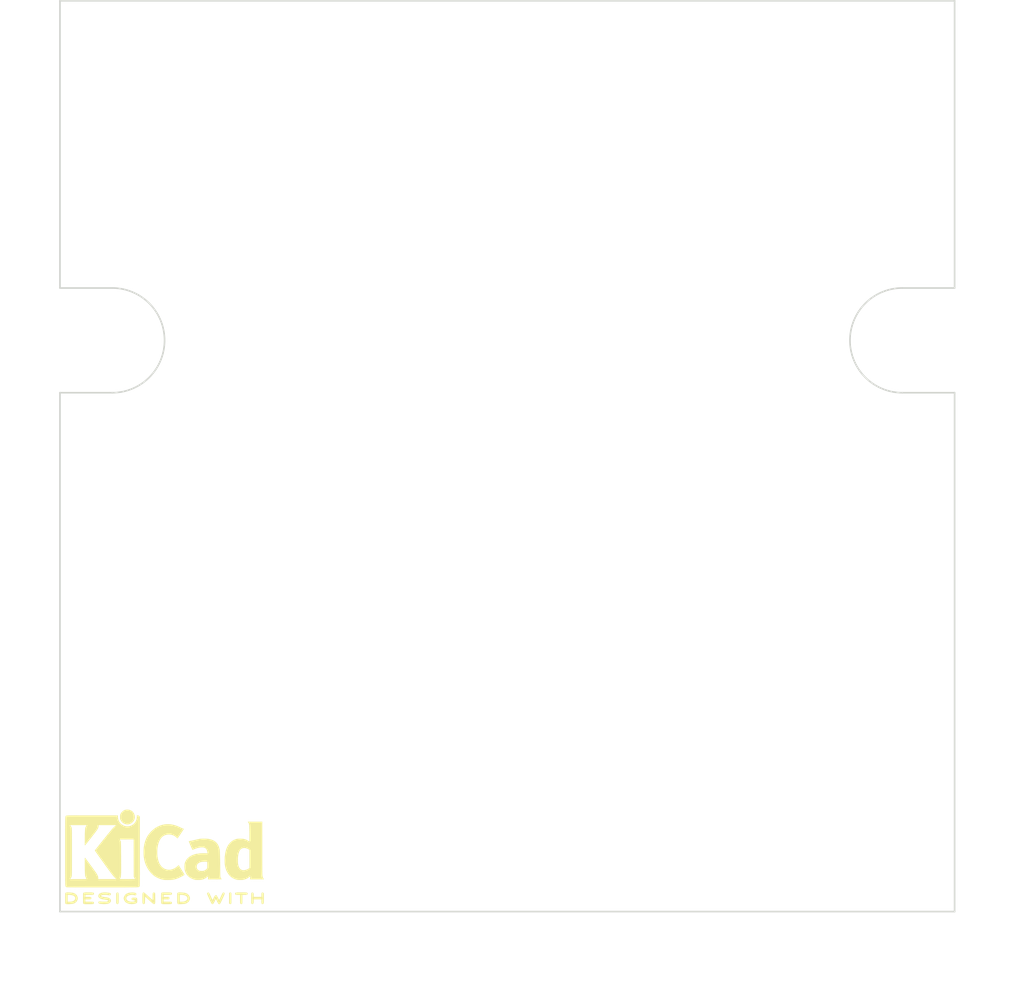
<source format=kicad_pcb>
(kicad_pcb (version 20221018) (generator pcbnew)
  (title_block (title "Enter Title On Page Setting Dialog") (rev "1") (company "Ashton Johnson"))
  (layers (0 "F.Cu" signal) (31 "B.Cu" signal) (35 "F.Paste" user) (37 "F.SilkS" user "F.Silkscreen") (39 "F.Mask" user) (44 "Edge.Cuts" user))
  (net 0 "")
  (footprint "Symbols:KiCad-Logo2_6mm_SilkScreen" (layer "F.Cu") (at 80 136)
    (fp_text reference "REF***" hide)
    (fp_text value "KiCad-Logo2_6mm_SilkScreen" hide)
    (fp_poly (pts (xy 4.188614 2.275877) (xy 4.212327 2.290647) (xy 4.238978 2.312227) (xy 4.238978 2.633773) (xy 4.238893 2.72783) (xy 4.238529 2.801932) (xy 4.237724 2.858704) (xy 4.236313 2.900768) (xy 4.234133 2.930748) (xy 4.231021 2.951267) (xy 4.226814 2.964949) (xy 4.221348 2.974416) (xy 4.217472 2.979082) (xy 4.186034 2.999575) (xy 4.150233 2.998739) (xy 4.118873 2.981264) (xy 4.092222 2.959684) (xy 4.092222 2.312227) (xy 4.118873 2.290647) (xy 4.144594 2.274949) (xy 4.1656 2.269067) (xy 4.188614 2.275877)) (stroke (width 0.01)) (fill solid) (layer "F.SilkS"))
    (fp_poly (pts (xy -2.923822 2.291645) (xy -2.917242 2.299218) (xy -2.912079 2.308987) (xy -2.908164 2.323571) (xy -2.905324 2.345585) (xy -2.903387 2.377648) (xy -2.902183 2.422375) (xy -2.901539 2.482385) (xy -2.901284 2.560294) (xy -2.901245 2.635956) (xy -2.901314 2.729802) (xy -2.901638 2.803689) (xy -2.902386 2.860232) (xy -2.903732 2.902049) (xy -2.905846 2.931757) (xy -2.9089 2.951973) (xy -2.913066 2.965314) (xy -2.918516 2.974398) (xy -2.923822 2.980267) (xy -2.956826 2.999947) (xy -2.991991 2.998181) (xy -3.023455 2.976717) (xy -3.030684 2.968337) (xy -3.036334 2.958614) (xy -3.040599 2.944861) (xy -3.043673 2.924389) (xy -3.045752 2.894512) (xy -3.04703 2.852541) (xy -3.047701 2.795789) (xy -3.047959 2.721567) (xy -3.048 2.637537) (xy -3.048 2.324485) (xy -3.020291 2.296776) (xy -2.986137 2.273463) (xy -2.953006 2.272623) (xy -2.923822 2.291645)) (stroke (width 0.01)) (fill solid) (layer "F.SilkS"))
    (fp_poly (pts (xy -2.273043 -2.973429) (xy -2.176768 -2.949191) (xy -2.090184 -2.906359) (xy -2.015373 -2.846581) (xy -1.954418 -2.771506) (xy -1.909399 -2.68278) (xy -1.883136 -2.58647) (xy -1.877286 -2.489205) (xy -1.89214 -2.395346) (xy -1.92584 -2.307489) (xy -1.976528 -2.22823) (xy -2.042345 -2.160164) (xy -2.121434 -2.105888) (xy -2.211934 -2.067998) (xy -2.2632 -2.055574) (xy -2.307698 -2.048053) (xy -2.341999 -2.045081) (xy -2.37496 -2.046906) (xy -2.415434 -2.053775) (xy -2.448531 -2.06075) (xy -2.541947 -2.092259) (xy -2.625619 -2.143383) (xy -2.697665 -2.212571) (xy -2.7562 -2.298272) (xy -2.770148 -2.325511) (xy -2.786586 -2.361878) (xy -2.796894 -2.392418) (xy -2.80246 -2.42455) (xy -2.804669 -2.465693) (xy -2.804948 -2.511778) (xy -2.800861 -2.596135) (xy -2.787446 -2.665414) (xy -2.762256 -2.726039) (xy -2.722846 -2.784433) (xy -2.684298 -2.828698) (xy -2.612406 -2.894516) (xy -2.537313 -2.939947) (xy -2.454562 -2.96715) (xy -2.376928 -2.977424) (xy -2.273043 -2.973429)) (stroke (width 0.01)) (fill solid) (layer "F.SilkS"))
    (fp_poly (pts (xy 4.963065 2.269163) (xy 5.041772 2.269542) (xy 5.102863 2.270333) (xy 5.148817 2.27167) (xy 5.182114 2.273683) (xy 5.205236 2.276506) (xy 5.220662 2.280269) (xy 5.230871 2.285105) (xy 5.235813 2.288822) (xy 5.261457 2.321358) (xy 5.264559 2.355138) (xy 5.248711 2.385826) (xy 5.238348 2.398089) (xy 5.227196 2.40645) (xy 5.211035 2.411657) (xy 5.185642 2.414457) (xy 5.146798 2.415596) (xy 5.09028 2.415821) (xy 5.07918 2.415822) (xy 4.933244 2.415822) (xy 4.933244 2.686756) (xy 4.933148 2.772154) (xy 4.932711 2.837864) (xy 4.931712 2.886774) (xy 4.929928 2.921773) (xy 4.927137 2.945749) (xy 4.923117 2.961593) (xy 4.917645 2.972191) (xy 4.910666 2.980267) (xy 4.877734 3.000112) (xy 4.843354 2.998548) (xy 4.812176 2.975906) (xy 4.809886 2.9731) (xy 4.802429 2.962492) (xy 4.796747 2.950081) (xy 4.792601 2.93285) (xy 4.78975 2.907784) (xy 4.787954 2.871867) (xy 4.786972 2.822083) (xy 4.786564 2.755417) (xy 4.786489 2.679589) (xy 4.786489 2.415822) (xy 4.647127 2.415822) (xy 4.587322 2.415418) (xy 4.545918 2.41384) (xy 4.518748 2.410547) (xy 4.501646 2.404992) (xy 4.490443 2.396631) (xy 4.489083 2.395178) (xy 4.472725 2.361939) (xy 4.474172 2.324362) (xy 4.492978 2.291645) (xy 4.50025 2.285298) (xy 4.509627 2.280266) (xy 4.523609 2.276396) (xy 4.544696 2.273537) (xy 4.575389 2.271535) (xy 4.618189 2.270239) (xy 4.675595 2.269498) (xy 4.75011 2.269158) (xy 4.844233 2.269068) (xy 4.86426 2.269067) (xy 4.963065 2.269163)) (stroke (width 0.01)) (fill solid) (layer "F.SilkS"))
    (fp_poly (pts (xy 6.228823 2.274533) (xy 6.260202 2.296776) (xy 6.287911 2.324485) (xy 6.287911 2.63392) (xy 6.287838 2.725799) (xy 6.287495 2.79784) (xy 6.286692 2.85278) (xy 6.285241 2.89336) (xy 6.282952 2.922317) (xy 6.279636 2.942391) (xy 6.275105 2.956321) (xy 6.269169 2.966845) (xy 6.264514 2.9731) (xy 6.233783 2.997673) (xy 6.198496 3.000341) (xy 6.166245 2.985271) (xy 6.155588 2.976374) (xy 6.148464 2.964557) (xy 6.144167 2.945526) (xy 6.141991 2.914992) (xy 6.141228 2.868662) (xy 6.141155 2.832871) (xy 6.141155 2.698045) (xy 5.644444 2.698045) (xy 5.644444 2.8207) (xy 5.643931 2.876787) (xy 5.641876 2.915333) (xy 5.637508 2.941361) (xy 5.630056 2.959897) (xy 5.621047 2.9731) (xy 5.590144 2.997604) (xy 5.555196 3.000506) (xy 5.521738 2.983089) (xy 5.512604 2.973959) (xy 5.506152 2.961855) (xy 5.501897 2.943001) (xy 5.499352 2.91362) (xy 5.498029 2.869937) (xy 5.497443 2.808175) (xy 5.497375 2.794) (xy 5.496891 2.677631) (xy 5.496641 2.581727) (xy 5.496723 2.504177) (xy 5.497231 2.442869) (xy 5.498262 2.39569) (xy 5.499913 2.36053) (xy 5.502279 2.335276) (xy 5.505457 2.317817) (xy 5.509544 2.306041) (xy 5.514634 2.297835) (xy 5.520266 2.291645) (xy 5.552128 2.271844) (xy 5.585357 2.274533) (xy 5.616735 2.296776) (xy 5.629433 2.311126) (xy 5.637526 2.326978) (xy 5.642042 2.349554) (xy 5.644006 2.384078) (xy 5.644444 2.435776) (xy 5.644444 2.551289) (xy 6.141155 2.551289) (xy 6.141155 2.432756) (xy 6.141662 2.378148) (xy 6.143698 2.341275) (xy 6.148035 2.317307) (xy 6.155447 2.301415) (xy 6.163733 2.291645) (xy 6.195594 2.271844) (xy 6.228823 2.274533)) (stroke (width 0.01)) (fill solid) (layer "F.SilkS"))
    (fp_poly (pts (xy 1.018309 2.269275) (xy 1.147288 2.273636) (xy 1.256991 2.286861) (xy 1.349226 2.309741) (xy 1.425802 2.34307) (xy 1.488527 2.387638) (xy 1.539212 2.444236) (xy 1.579663 2.513658) (xy 1.580459 2.515351) (xy 1.604601 2.577483) (xy 1.613203 2.632509) (xy 1.606231 2.687887) (xy 1.583654 2.751073) (xy 1.579372 2.760689) (xy 1.550172 2.816966) (xy 1.517356 2.860451) (xy 1.475002 2.897417) (xy 1.41719 2.934135) (xy 1.413831 2.936052) (xy 1.363504 2.960227) (xy 1.306621 2.978282) (xy 1.239527 2.990839) (xy 1.158565 2.998522) (xy 1.060082 3.001953) (xy 1.025286 3.002251) (xy 0.859594 3.002845) (xy 0.836197 2.9731) (xy 0.829257 2.963319) (xy 0.823842 2.951897) (xy 0.819765 2.936095) (xy 0.816837 2.913175) (xy 0.814867 2.880396) (xy 0.814225 2.856089) (xy 0.970844 2.856089) (xy 1.064726 2.856089) (xy 1.119664 2.854483) (xy 1.17606 2.850255) (xy 1.222345 2.844292) (xy 1.225139 2.84379) (xy 1.307348 2.821736) (xy 1.371114 2.7886) (xy 1.418452 2.742847) (xy 1.451382 2.682939) (xy 1.457108 2.667061) (xy 1.462721 2.642333) (xy 1.460291 2.617902) (xy 1.448467 2.5854) (xy 1.44134 2.569434) (xy 1.418 2.527006) (xy 1.38988 2.49724) (xy 1.35894 2.476511) (xy 1.296966 2.449537) (xy 1.217651 2.429998) (xy 1.125253 2.418746) (xy 1.058333 2.41627) (xy 0.970844 2.415822) (xy 0.970844 2.856089) (xy 0.814225 2.856089) (xy 0.813668 2.835021) (xy 0.81305 2.774311) (xy 0.812825 2.695526) (xy 0.8128 2.63392) (xy 0.8128 2.324485) (xy 0.840509 2.296776) (xy 0.852806 2.285544) (xy 0.866103 2.277853) (xy 0.884672 2.27304) (xy 0.912786 2.270446) (xy 0.954717 2.26941) (xy 1.014737 2.26927) (xy 1.018309 2.269275)) (stroke (width 0.01)) (fill solid) (layer "F.SilkS"))
    (fp_poly (pts (xy -6.121371 2.269066) (xy -6.081889 2.269467) (xy -5.9662 2.272259) (xy -5.869311 2.28055) (xy -5.787919 2.295232) (xy -5.718723 2.317193) (xy -5.65842 2.347322) (xy -5.603708 2.38651) (xy -5.584167 2.403532) (xy -5.55175 2.443363) (xy -5.52252 2.497413) (xy -5.499991 2.557323) (xy -5.487679 2.614739) (xy -5.4864 2.635956) (xy -5.494417 2.694769) (xy -5.515899 2.759013) (xy -5.546999 2.819821) (xy -5.583866 2.86833) (xy -5.589854 2.874182) (xy -5.640579 2.915321) (xy -5.696125 2.947435) (xy -5.759696 2.971365) (xy -5.834494 2.987953) (xy -5.923722 2.998041) (xy -6.030582 3.002469) (xy -6.079528 3.002845) (xy -6.141762 3.002545) (xy -6.185528 3.001292) (xy -6.214931 2.998554) (xy -6.234079 2.993801) (xy -6.247077 2.986501) (xy -6.254045 2.980267) (xy -6.260626 2.972694) (xy -6.265788 2.962924) (xy -6.269703 2.94834) (xy -6.272543 2.926326) (xy -6.27448 2.894264) (xy -6.275684 2.849536) (xy -6.276328 2.789526) (xy -6.276583 2.711617) (xy -6.276622 2.635956) (xy -6.27687 2.535041) (xy -6.276817 2.454427) (xy -6.275857 2.415822) (xy -6.129867 2.415822) (xy -6.129867 2.856089) (xy -6.036734 2.856004) (xy -5.980693 2.854396) (xy -5.921999 2.850256) (xy -5.873028 2.844464) (xy -5.871538 2.844226) (xy -5.792392 2.82509) (xy -5.731002 2.795287) (xy -5.684305 2.752878) (xy -5.654635 2.706961) (xy -5.636353 2.656026) (xy -5.637771 2.6082) (xy -5.658988 2.556933) (xy -5.700489 2.503899) (xy -5.757998 2.4646) (xy -5.83275 2.438331) (xy -5.882708 2.429035) (xy -5.939416 2.422507) (xy -5.999519 2.417782) (xy -6.050639 2.415817) (xy -6.053667 2.415808) (xy -6.129867 2.415822) (xy -6.275857 2.415822) (xy -6.27526 2.391851) (xy -6.270998 2.345055) (xy -6.26283 2.311778) (xy -6.249556 2.289759) (xy -6.229974 2.276739) (xy -6.202883 2.270457) (xy -6.167082 2.268653) (xy -6.121371 2.269066)) (stroke (width 0.01)) (fill solid) (layer "F.SilkS"))
    (fp_poly (pts (xy -1.300114 2.273448) (xy -1.276548 2.287273) (xy -1.245735 2.309881) (xy -1.206078 2.342338) (xy -1.15598 2.385708) (xy -1.093843 2.441058) (xy -1.018072 2.509451) (xy -0.931334 2.588084) (xy -0.750711 2.751878) (xy -0.745067 2.532029) (xy -0.743029 2.456351) (xy -0.741063 2.399994) (xy -0.738734 2.359706) (xy -0.735606 2.332235) (xy -0.731245 2.314329) (xy -0.725216 2.302737) (xy -0.717084 2.294208) (xy -0.712772 2.290623) (xy -0.678241 2.27167) (xy -0.645383 2.274441) (xy -0.619318 2.290633) (xy -0.592667 2.312199) (xy -0.589352 2.627151) (xy -0.588435 2.719779) (xy -0.587968 2.792544) (xy -0.588113 2.848161) (xy -0.589032 2.889342) (xy -0.590887 2.918803) (xy -0.593839 2.939255) (xy -0.59805 2.953413) (xy -0.603682 2.963991) (xy -0.609927 2.972474) (xy -0.623439 2.988207) (xy -0.636883 2.998636) (xy -0.652124 3.002639) (xy -0.671026 2.999094) (xy -0.695455 2.986879) (xy -0.727273 2.964871) (xy -0.768348 2.931949) (xy -0.820542 2.886991) (xy -0.885722 2.828875) (xy -0.959556 2.762099) (xy -1.224845 2.521458) (xy -1.230489 2.740589) (xy -1.232531 2.816128) (xy -1.234502 2.872354) (xy -1.236839 2.912524) (xy -1.239981 2.939896) (xy -1.244364 2.957728) (xy -1.250424 2.969279) (xy -1.2586 2.977807) (xy -1.262784 2.981282) (xy -1.299765 3.000372) (xy -1.334708 2.997493) (xy -1.365136 2.9731) (xy -1.372097 2.963286) (xy -1.377523 2.951826) (xy -1.381603 2.935968) (xy -1.384529 2.912963) (xy -1.386492 2.880062) (xy -1.387683 2.834516) (xy -1.388292 2.773573) (xy -1.388511 2.694486) (xy -1.388534 2.635956) (xy -1.38846 2.544407) (xy -1.388113 2.472687) (xy -1.387301 2.418045) (xy -1.385833 2.377732) (xy -1.383519 2.348998) (xy -1.380167 2.329093) (xy -1.375588 2.315268) (xy -1.369589 2.304772) (xy -1.365136 2.298811) (xy -1.35385 2.284691) (xy -1.343301 2.274029) (xy -1.331893 2.267892) (xy -1.31803 2.267343) (xy -1.300114 2.273448)) (stroke (width 0.01)) (fill solid) (layer "F.SilkS"))
    (fp_poly (pts (xy -1.950081 2.274599) (xy -1.881565 2.286095) (xy -1.828943 2.303967) (xy -1.794708 2.327499) (xy -1.785379 2.340924) (xy -1.775893 2.372148) (xy -1.782277 2.400395) (xy -1.80243 2.427182) (xy -1.833745 2.439713) (xy -1.879183 2.438696) (xy -1.914326 2.431906) (xy -1.992419 2.418971) (xy -2.072226 2.417742) (xy -2.161555 2.428241) (xy -2.186229 2.43269) (xy -2.269291 2.456108) (xy -2.334273 2.490945) (xy -2.380461 2.536604) (xy -2.407145 2.592494) (xy -2.412663 2.621388) (xy -2.409051 2.680012) (xy -2.385729 2.731879) (xy -2.344824 2.775978) (xy -2.288459 2.811299) (xy -2.21876 2.836829) (xy -2.137852 2.851559) (xy -2.04786 2.854478) (xy -1.95091 2.844575) (xy -1.945436 2.843641) (xy -1.906875 2.836459) (xy -1.885494 2.829521) (xy -1.876227 2.819227) (xy -1.874006 2.801976) (xy -1.873956 2.792841) (xy -1.873956 2.754489) (xy -1.942431 2.754489) (xy -2.0029 2.750347) (xy -2.044165 2.737147) (xy -2.068175 2.71373) (xy -2.076877 2.678936) (xy -2.076983 2.674394) (xy -2.071892 2.644654) (xy -2.054433 2.623419) (xy -2.021939 2.609366) (xy -1.971743 2.601173) (xy -1.923123 2.598161) (xy -1.852456 2.596433) (xy -1.801198 2.59907) (xy -1.766239 2.6088) (xy -1.74447 2.628353) (xy -1.73278 2.660456) (xy -1.72806 2.707838) (xy -1.7272 2.770071) (xy -1.728609 2.839535) (xy -1.732848 2.886786) (xy -1.739936 2.912012) (xy -1.741311 2.913988) (xy -1.780228 2.945508) (xy -1.837286 2.97047) (xy -1.908869 2.98834) (xy -1.991358 2.998586) (xy -2.081139 3.000673) (xy -2.174592 2.994068) (xy -2.229556 2.985956) (xy -2.315766 2.961554) (xy -2.395892 2.921662) (xy -2.462977 2.869887) (xy -2.473173 2.859539) (xy -2.506302 2.816035) (xy -2.536194 2.762118) (xy -2.559357 2.705592) (xy -2.572298 2.654259) (xy -2.573858 2.634544) (xy -2.567218 2.593419) (xy -2.549568 2.542252) (xy -2.524297 2.488394) (xy -2.494789 2.439195) (xy -2.468719 2.406334) (xy -2.407765 2.357452) (xy -2.328969 2.318545) (xy -2.235157 2.290494) (xy -2.12915 2.274179) (xy -2.032 2.270192) (xy -1.950081 2.274599)) (stroke (width 0.01)) (fill solid) (layer "F.SilkS"))
    (fp_poly (pts (xy 0.230343 2.26926) (xy 0.306701 2.270174) (xy 0.365217 2.272311) (xy 0.408255 2.276175) (xy 0.438183 2.282267) (xy 0.457368 2.29109) (xy 0.468176 2.303146) (xy 0.472973 2.318939) (xy 0.474127 2.33897) (xy 0.474133 2.341335) (xy 0.473131 2.363992) (xy 0.468396 2.381503) (xy 0.457333 2.394574) (xy 0.437348 2.403913) (xy 0.405846 2.410227) (xy 0.360232 2.414222) (xy 0.297913 2.416606) (xy 0.216293 2.418086) (xy 0.191277 2.418414) (xy -0.0508 2.421467) (xy -0.054186 2.486378) (xy -0.057571 2.551289) (xy 0.110576 2.551289) (xy 0.176266 2.551531) (xy 0.223172 2.552556) (xy 0.255083 2.554811) (xy 0.275791 2.558742) (xy 0.289084 2.564798) (xy 0.298755 2.573424) (xy 0.298817 2.573493) (xy 0.316356 2.607112) (xy 0.315722 2.643448) (xy 0.297314 2.674423) (xy 0.293671 2.677607) (xy 0.280741 2.685812) (xy 0.263024 2.691521) (xy 0.23657 2.695162) (xy 0.197432 2.697167) (xy 0.141662 2.697964) (xy 0.105994 2.698045) (xy -0.056445 2.698045) (xy -0.056445 2.856089) (xy 0.190161 2.856089) (xy 0.27158 2.856231) (xy 0.33341 2.856814) (xy 0.378637 2.858068) (xy 0.410248 2.860227) (xy 0.431231 2.863523) (xy 0.444573 2.868189) (xy 0.453261 2.874457) (xy 0.45545 2.876733) (xy 0.471614 2.90828) (xy 0.472797 2.944168) (xy 0.459536 2.975285) (xy 0.449043 2.985271) (xy 0.438129 2.990769) (xy 0.421217 2.995022) (xy 0.395633 2.99818) (xy 0.358701 3.000392) (xy 0.307746 3.001806) (xy 0.240094 3.002572) (xy 0.153069 3.002838) (xy 0.133394 3.002845) (xy 0.044911 3.002787) (xy -0.023773 3.002467) (xy -0.075436 3.001667) (xy -0.112855 3.000167) (xy -0.13881 2.997749) (xy -0.156078 2.994194) (xy -0.167438 2.989282) (xy -0.175668 2.982795) (xy -0.180183 2.978138) (xy -0.186979 2.969889) (xy -0.192288 2.959669) (xy -0.196294 2.9448) (xy -0.199179 2.922602) (xy -0.201126 2.890393) (xy -0.202319 2.845496) (xy -0.202939 2.785228) (xy -0.203171 2.706911) (xy -0.2032 2.640994) (xy -0.203129 2.548628) (xy -0.202792 2.476117) (xy -0.202002 2.420737) (xy -0.200574 2.379765) (xy -0.198321 2.350478) (xy -0.195057 2.330153) (xy -0.190596 2.316066) (xy -0.184752 2.305495) (xy -0.179803 2.298811) (xy -0.156406 2.269067) (xy 0.133774 2.269067) (xy 0.230343 2.26926)) (stroke (width 0.01)) (fill solid) (layer "F.SilkS"))
    (fp_poly (pts (xy -4.712794 2.269146) (xy -4.643386 2.269518) (xy -4.590997 2.270385) (xy -4.552847 2.271946) (xy -4.526159 2.274403) (xy -4.508153 2.277957) (xy -4.496049 2.28281) (xy -4.487069 2.289161) (xy -4.483818 2.292084) (xy -4.464043 2.323142) (xy -4.460482 2.358828) (xy -4.473491 2.39051) (xy -4.479506 2.396913) (xy -4.489235 2.403121) (xy -4.504901 2.40791) (xy -4.529408 2.411514) (xy -4.565661 2.414164) (xy -4.616565 2.416095) (xy -4.685026 2.417539) (xy -4.747617 2.418418) (xy -4.995334 2.421467) (xy -4.998719 2.486378) (xy -5.002105 2.551289) (xy -4.833958 2.551289) (xy -4.760959 2.551919) (xy -4.707517 2.554553) (xy -4.670628 2.560309) (xy -4.647288 2.570304) (xy -4.634494 2.585656) (xy -4.629242 2.607482) (xy -4.628445 2.627738) (xy -4.630923 2.652592) (xy -4.640277 2.670906) (xy -4.659383 2.683637) (xy -4.691118 2.691741) (xy -4.738359 2.696176) (xy -4.803983 2.697899) (xy -4.839801 2.698045) (xy -5.000978 2.698045) (xy -5.000978 2.856089) (xy -4.752622 2.856089) (xy -4.671213 2.856202) (xy -4.609342 2.856712) (xy -4.563968 2.85787) (xy -4.532054 2.85993) (xy -4.510559 2.863146) (xy -4.496443 2.867772) (xy -4.486668 2.874059) (xy -4.481689 2.878667) (xy -4.46461 2.90556) (xy -4.459111 2.929467) (xy -4.466963 2.958667) (xy -4.481689 2.980267) (xy -4.489546 2.987066) (xy -4.499688 2.992346) (xy -4.514844 2.996298) (xy -4.537741 2.999113) (xy -4.571109 3.000982) (xy -4.617675 3.002098) (xy -4.680167 3.002651) (xy -4.761314 3.002833) (xy -4.803422 3.002845) (xy -4.893598 3.002765) (xy -4.963924 3.002398) (xy -5.017129 3.001552) (xy -5.05594 3.000036) (xy -5.083087 2.997659) (xy -5.101298 2.994229) (xy -5.1133 2.989554) (xy -5.121822 2.983444) (xy -5.125156 2.980267) (xy -5.131755 2.97267) (xy -5.136927 2.96287) (xy -5.140846 2.948239) (xy -5.143684 2.926152) (xy -5.145615 2.893982) (xy -5.146812 2.849103) (xy -5.147448 2.788889) (xy -5.147697 2.710713) (xy -5.147734 2.637923) (xy -5.1477 2.544707) (xy -5.147465 2.471431) (xy -5.14683 2.415458) (xy -5.145594 2.374151) (xy -5.143556 2.344872) (xy -5.140517 2.324984) (xy -5.136277 2.31185) (xy -5.130635 2.302832) (xy -5.123391 2.295293) (xy -5.121606 2.293612) (xy -5.112945 2.286172) (xy -5.102882 2.280409) (xy -5.088625 2.276112) (xy -5.067383 2.273064) (xy -5.036364 2.271051) (xy -4.992777 2.26986) (xy -4.933831 2.269275) (xy -4.856734 2.269083) (xy -4.802001 2.269067) (xy -4.712794 2.269146)) (stroke (width 0.01)) (fill solid) (layer "F.SilkS"))
    (fp_poly (pts (xy 3.744665 2.271034) (xy 3.764255 2.278035) (xy 3.76501 2.278377) (xy 3.791613 2.298678) (xy 3.80627 2.319561) (xy 3.809138 2.329352) (xy 3.808996 2.342361) (xy 3.804961 2.360895) (xy 3.796146 2.387257) (xy 3.781669 2.423752) (xy 3.760645 2.472687) (xy 3.732188 2.536365) (xy 3.695415 2.617093) (xy 3.675175 2.661216) (xy 3.638625 2.739985) (xy 3.604315 2.812423) (xy 3.573552 2.87588) (xy 3.547648 2.927708) (xy 3.52791 2.965259) (xy 3.51565 2.985884) (xy 3.513224 2.988733) (xy 3.482183 3.001302) (xy 3.447121 2.999619) (xy 3.419 2.984332) (xy 3.417854 2.983089) (xy 3.406668 2.966154) (xy 3.387904 2.93317) (xy 3.363875 2.88838) (xy 3.336897 2.836032) (xy 3.327201 2.816742) (xy 3.254014 2.67015) (xy 3.17424 2.829393) (xy 3.145767 2.884415) (xy 3.11935 2.932132) (xy 3.097148 2.968893) (xy 3.081319 2.991044) (xy 3.075954 2.995741) (xy 3.034257 3.002102) (xy 2.999849 2.988733) (xy 2.989728 2.974446) (xy 2.972214 2.942692) (xy 2.948735 2.896597) (xy 2.92072 2.839285) (xy 2.889599 2.77388) (xy 2.856799 2.703507) (xy 2.82375 2.631291) (xy 2.791881 2.560355) (xy 2.762619 2.493825) (xy 2.737395 2.434826) (xy 2.717636 2.386481) (xy 2.704772 2.351915) (xy 2.700231 2.334253) (xy 2.700277 2.333613) (xy 2.711326 2.311388) (xy 2.73341 2.288753) (xy 2.73471 2.287768) (xy 2.761853 2.272425) (xy 2.786958 2.272574) (xy 2.796368 2.275466) (xy 2.807834 2.281718) (xy 2.82001 2.294014) (xy 2.834357 2.314908) (xy 2.852336 2.346949) (xy 2.875407 2.392688) (xy 2.90503 2.454677) (xy 2.931745 2.511898) (xy 2.96248 2.578226) (xy 2.990021 2.637874) (xy 3.012938 2.687725) (xy 3.029798 2.724664) (xy 3.039173 2.745573) (xy 3.04054 2.748845) (xy 3.046689 2.743497) (xy 3.060822 2.721109) (xy 3.081057 2.684946) (xy 3.105515 2.638277) (xy 3.115248 2.619022) (xy 3.148217 2.554004) (xy 3.173643 2.506654) (xy 3.193612 2.474219) (xy 3.21021 2.453946) (xy 3.225524 2.443082) (xy 3.24164 2.438875) (xy 3.252143 2.4384) (xy 3.27067 2.440042) (xy 3.286904 2.446831) (xy 3.303035 2.461566) (xy 3.321251 2.487044) (xy 3.343739 2.526061) (xy 3.372689 2.581414) (xy 3.388662 2.612903) (xy 3.41457 2.663087) (xy 3.437167 2.704704) (xy 3.454458 2.734242) (xy 3.46445 2.748189) (xy 3.465809 2.74877) (xy 3.472261 2.737793) (xy 3.486708 2.70929) (xy 3.507703 2.666244) (xy 3.533797 2.611638) (xy 3.563546 2.548454) (xy 3.57818 2.517071) (xy 3.61625 2.436078) (xy 3.646905 2.373756) (xy 3.671737 2.328071) (xy 3.692337 2.296989) (xy 3.710298 2.278478) (xy 3.72721 2.270504) (xy 3.744665 2.271034)) (stroke (width 0.01)) (fill solid) (layer "F.SilkS"))
    (fp_poly (pts (xy -3.691703 2.270351) (xy -3.616888 2.275581) (xy -3.547306 2.28375) (xy -3.487002 2.29455) (xy -3.44002 2.307673) (xy -3.410406 2.322813) (xy -3.40586 2.327269) (xy -3.390054 2.36185) (xy -3.394847 2.397351) (xy -3.419364 2.427725) (xy -3.420534 2.428596) (xy -3.434954 2.437954) (xy -3.450008 2.442876) (xy -3.471005 2.443473) (xy -3.503257 2.439861) (xy -3.552073 2.432154) (xy -3.556 2.431505) (xy -3.628739 2.422569) (xy -3.707217 2.418161) (xy -3.785927 2.418119) (xy -3.859361 2.422279) (xy -3.922011 2.430479) (xy -3.96837 2.442557) (xy -3.971416 2.443771) (xy -4.005048 2.462615) (xy -4.016864 2.481685) (xy -4.007614 2.500439) (xy -3.978047 2.518337) (xy -3.928911 2.534837) (xy -3.860957 2.549396) (xy -3.815645 2.556406) (xy -3.721456 2.569889) (xy -3.646544 2.582214) (xy -3.587717 2.594449) (xy -3.541785 2.607661) (xy -3.505555 2.622917) (xy -3.475838 2.641285) (xy -3.449442 2.663831) (xy -3.42823 2.685971) (xy -3.403065 2.716819) (xy -3.390681 2.743345) (xy -3.386808 2.776026) (xy -3.386667 2.787995) (xy -3.389576 2.827712) (xy -3.401202 2.857259) (xy -3.421323 2.883486) (xy -3.462216 2.923576) (xy -3.507817 2.954149) (xy -3.561513 2.976203) (xy -3.626692 2.990735) (xy -3.706744 2.998741) (xy -3.805057 3.001218) (xy -3.821289 3.001177) (xy -3.886849 2.999818) (xy -3.951866 2.99673) (xy -4.009252 2.992356) (xy -4.051922 2.98714) (xy -4.055372 2.986541) (xy -4.097796 2.976491) (xy -4.13378 2.963796) (xy -4.15415 2.95219) (xy -4.173107 2.921572) (xy -4.174427 2.885918) (xy -4.158085 2.854144) (xy -4.154429 2.850551) (xy -4.139315 2.839876) (xy -4.120415 2.835276) (xy -4.091162 2.836059) (xy -4.055651 2.840127) (xy -4.01597 2.843762) (xy -3.960345 2.846828) (xy -3.895406 2.849053) (xy -3.827785 2.850164) (xy -3.81 2.850237) (xy -3.742128 2.849964) (xy -3.692454 2.848646) (xy -3.65661 2.845827) (xy -3.630224 2.84105) (xy -3.608926 2.833857) (xy -3.596126 2.827867) (xy -3.568 2.811233) (xy -3.550068 2.796168) (xy -3.547447 2.791897) (xy -3.552976 2.774263) (xy -3.57926 2.757192) (xy -3.624478 2.741458) (xy -3.686808 2.727838) (xy -3.705171 2.724804) (xy -3.80109 2.709738) (xy -3.877641 2.697146) (xy -3.93778 2.686111) (xy -3.98446 2.67572) (xy -4.020637 2.665056) (xy -4.049265 2.653205) (xy -4.073298 2.639251) (xy -4.095692 2.622281) (xy -4.119402 2.601378) (xy -4.12738 2.594049) (xy -4.155353 2.566699) (xy -4.17016 2.545029) (xy -4.175952 2.520232) (xy -4.176889 2.488983) (xy -4.166575 2.427705) (xy -4.135752 2.37564) (xy -4.084595 2.332958) (xy -4.013283 2.299825) (xy -3.9624 2.284964) (xy -3.9071 2.275366) (xy -3.840853 2.269936) (xy -3.767706 2.268367) (xy -3.691703 2.270351)) (stroke (width 0.01)) (fill solid) (layer "F.SilkS"))
    (fp_poly (pts (xy 0.328429 -2.050929) (xy 0.48857 -2.029755) (xy 0.65251 -1.989615) (xy 0.822313 -1.930111) (xy 1.000043 -1.850846) (xy 1.01131 -1.845301) (xy 1.069005 -1.817275) (xy 1.120552 -1.793198) (xy 1.162191 -1.774751) (xy 1.190162 -1.763614) (xy 1.199733 -1.761067) (xy 1.21895 -1.756059) (xy 1.223561 -1.751853) (xy 1.218458 -1.74142) (xy 1.202418 -1.715132) (xy 1.177288 -1.675743) (xy 1.144914 -1.626009) (xy 1.107143 -1.568685) (xy 1.065822 -1.506524) (xy 1.022798 -1.442282) (xy 0.979917 -1.378715) (xy 0.939026 -1.318575) (xy 0.901971 -1.26462) (xy 0.8706 -1.219603) (xy 0.846759 -1.186279) (xy 0.832294 -1.167403) (xy 0.830309 -1.165213) (xy 0.820191 -1.169862) (xy 0.79785 -1.187038) (xy 0.76728 -1.21356) (xy 0.751536 -1.228036) (xy 0.655047 -1.303318) (xy 0.548336 -1.358759) (xy 0.432832 -1.393859) (xy 0.309962 -1.40812) (xy 0.240561 -1.406949) (xy 0.119423 -1.389788) (xy 0.010205 -1.353906) (xy -0.087418 -1.299041) (xy -0.173772 -1.22493) (xy -0.249185 -1.131312) (xy -0.313982 -1.017924) (xy -0.351399 -0.931333) (xy -0.395252 -0.795634) (xy -0.427572 -0.64815) (xy -0.448443 -0.492686) (xy -0.457949 -0.333044) (xy -0.456173 -0.173027) (xy -0.443197 -0.016439) (xy -0.419106 0.132918) (xy -0.383982 0.27124) (xy -0.337908 0.394724) (xy -0.321627 0.428978) (xy -0.25338 0.543064) (xy -0.172921 0.639557) (xy -0.08143 0.71767) (xy 0.019911 0.776617) (xy 0.12992 0.815612) (xy 0.247415 0.833868) (xy 0.288883 0.835211) (xy 0.410441 0.82429) (xy 0.530878 0.791474) (xy 0.648666 0.737439) (xy 0.762277 0.662865) (xy 0.853685 0.584539) (xy 0.900215 0.540008) (xy 1.081483 0.837271) (xy 1.12658 0.911433) (xy 1.167819 0.979646) (xy 1.203735 1.039459) (xy 1.232866 1.08842) (xy 1.25375 1.124079) (xy 1.264924 1.143984) (xy 1.266375 1.147079) (xy 1.258146 1.156718) (xy 1.232567 1.173999) (xy 1.192873 1.197283) (xy 1.142297 1.224934) (xy 1.084074 1.255315) (xy 1.021437 1.28679) (xy 0.957621 1.317722) (xy 0.89586 1.346473) (xy 0.839388 1.371408) (xy 0.791438 1.390889) (xy 0.767986 1.399318) (xy 0.634221 1.437133) (xy 0.496327 1.462136) (xy 0.348622 1.47514) (xy 0.221833 1.477468) (xy 0.153878 1.476373) (xy 0.088277 1.474275) (xy 0.030847 1.471434) (xy -0.012597 1.468106) (xy -0.026702 1.466422) (xy -0.165716 1.437587) (xy -0.307243 1.392468) (xy -0.444725 1.33375) (xy -0.571606 1.26412) (xy -0.649111 1.211441) (xy -0.776519 1.103239) (xy -0.894822 0.976671) (xy -1.001828 0.834866) (xy -1.095348 0.680951) (xy -1.17319 0.518053) (xy -1.217044 0.400756) (xy -1.267292 0.217128) (xy -1.300791 0.022581) (xy -1.317551 -0.178675) (xy -1.317584 -0.382432) (xy -1.300899 -0.584479) (xy -1.267507 -0.780608) (xy -1.21742 -0.966609) (xy -1.213603 -0.978197) (xy -1.150719 -1.14025) (xy -1.073972 -1.288168) (xy -0.980758 -1.426135) (xy -0.868473 -1.558339) (xy -0.824608 -1.603601) (xy -0.688466 -1.727543) (xy -0.548509 -1.830085) (xy -0.402589 -1.912344) (xy -0.248558 -1.975436) (xy -0.084268 -2.020477) (xy 0.011289 -2.037967) (xy 0.170023 -2.053534) (xy 0.328429 -2.050929)) (stroke (width 0.01)) (fill solid) (layer "F.SilkS"))
    (fp_poly (pts (xy 6.186507 -0.527755) (xy 6.186526 -0.293338) (xy 6.186552 -0.080397) (xy 6.186625 0.112168) (xy 6.186782 0.285459) (xy 6.187064 0.440576) (xy 6.187509 0.57862) (xy 6.188156 0.700692) (xy 6.189045 0.807894) (xy 6.190213 0.901326) (xy 6.191701 0.98209) (xy 6.193546 1.051286) (xy 6.195789 1.110015) (xy 6.198469 1.159379) (xy 6.201623 1.200478) (xy 6.205292 1.234413) (xy 6.209513 1.262286) (xy 6.214327 1.285198) (xy 6.219773 1.304249) (xy 6.225888 1.32054) (xy 6.232712 1.335173) (xy 6.240285 1.349249) (xy 6.248645 1.363868) (xy 6.253839 1.372974) (xy 6.288104 1.433689) (xy 5.429955 1.433689) (xy 5.429955 1.337733) (xy 5.429224 1.29437) (xy 5.427272 1.261205) (xy 5.424463 1.243424) (xy 5.423221 1.241778) (xy 5.411799 1.248662) (xy 5.389084 1.266505) (xy 5.366385 1.285879) (xy 5.3118 1.326614) (xy 5.242321 1.367617) (xy 5.16527 1.405123) (xy 5.087965 1.435364) (xy 5.057113 1.445012) (xy 4.988616 1.459578) (xy 4.905764 1.469539) (xy 4.816371 1.474583) (xy 4.728248 1.474396) (xy 4.649207 1.468666) (xy 4.611511 1.462858) (xy 4.473414 1.424797) (xy 4.346113 1.367073) (xy 4.230292 1.290211) (xy 4.126637 1.194739) (xy 4.035833 1.081179) (xy 3.969031 0.970381) (xy 3.914164 0.853625) (xy 3.872163 0.734276) (xy 3.842167 0.608283) (xy 3.823311 0.471594) (xy 3.814732 0.320158) (xy 3.814006 0.242711) (xy 3.8161 0.185934) (xy 4.645217 0.185934) (xy 4.645424 0.279002) (xy 4.648337 0.366692) (xy 4.654 0.443772) (xy 4.662455 0.505009) (xy 4.665038 0.51735) (xy 4.69684 0.624633) (xy 4.738498 0.711658) (xy 4.790363 0.778642) (xy 4.852781 0.825805) (xy 4.9261 0.853365) (xy 5.010669 0.861541) (xy 5.106835 0.850551) (xy 5.170311 0.834829) (xy 5.219454 0.816639) (xy 5.273583 0.790791) (xy 5.314244 0.767089) (xy 5.3848 0.720721) (xy 5.3848 -0.42947) (xy 5.317392 -0.473038) (xy 5.238867 -0.51396) (xy 5.154681 -0.540611) (xy 5.069557 -0.552535) (xy 4.988216 -0.549278) (xy 4.91538 -0.530385) (xy 4.883426 -0.514816) (xy 4.825501 -0.471819) (xy 4.776544 -0.415047) (xy 4.73539 -0.342425) (xy 4.700874 -0.251879) (xy 4.671833 -0.141334) (xy 4.670552 -0.135467) (xy 4.660381 -0.073212) (xy 4.652739 0.004594) (xy 4.64767 0.09272) (xy 4.645217 0.185934) (xy 3.8161 0.185934) (xy 3.821857 0.029895) (xy 3.843802 -0.165941) (xy 3.879786 -0.344668) (xy 3.929759 -0.506155) (xy 3.993668 -0.650274) (xy 4.071462 -0.776894) (xy 4.163089 -0.885885) (xy 4.268497 -0.977117) (xy 4.313662 -1.008068) (xy 4.414611 -1.064215) (xy 4.517901 -1.103826) (xy 4.627989 -1.127986) (xy 4.74933 -1.137781) (xy 4.841836 -1.136735) (xy 4.97149 -1.125769) (xy 5.084084 -1.103954) (xy 5.182875 -1.070286) (xy 5.271121 -1.023764) (xy 5.319986 -0.989552) (xy 5.349353 -0.967638) (xy 5.371043 -0.952667) (xy 5.379253 -0.948267) (xy 5.380868 -0.959096) (xy 5.382159 -0.989749) (xy 5.383138 -1.037474) (xy 5.383817 -1.099521) (xy 5.38421 -1.173138) (xy 5.38433 -1.255573) (xy 5.384188 -1.344075) (xy 5.383797 -1.435893) (xy 5.383171 -1.528276) (xy 5.38232 -1.618472) (xy 5.38126 -1.703729) (xy 5.380001 -1.781297) (xy 5.378556 -1.848424) (xy 5.376938 -1.902359) (xy 5.375161 -1.94035) (xy 5.374669 -1.947333) (xy 5.367092 -2.017749) (xy 5.355531 -2.072898) (xy 5.337792 -2.120019) (xy 5.311682 -2.166353) (xy 5.305415 -2.175933) (xy 5.280983 -2.212622) (xy 6.186311 -2.212622) (xy 6.186507 -0.527755)) (stroke (width 0.01)) (fill solid) (layer "F.SilkS"))
    (fp_poly (pts (xy 2.673574 -1.133448) (xy 2.825492 -1.113433) (xy 2.960756 -1.079798) (xy 3.080239 -1.032275) (xy 3.184815 -0.970595) (xy 3.262424 -0.907035) (xy 3.331265 -0.832901) (xy 3.385006 -0.753129) (xy 3.42791 -0.660909) (xy 3.443384 -0.617839) (xy 3.456244 -0.578858) (xy 3.467446 -0.542711) (xy 3.47712 -0.507566) (xy 3.485396 -0.47159) (xy 3.492403 -0.43295) (xy 3.498272 -0.389815) (xy 3.503131 -0.340351) (xy 3.50711 -0.282727) (xy 3.51034 -0.215109) (xy 3.512949 -0.135666) (xy 3.515067 -0.042564) (xy 3.516824 0.066027) (xy 3.518349 0.191942) (xy 3.519772 0.337012) (xy 3.521025 0.479778) (xy 3.522351 0.635968) (xy 3.523556 0.771239) (xy 3.524766 0.887246) (xy 3.526106 0.985645) (xy 3.5277 1.068093) (xy 3.529675 1.136246) (xy 3.532156 1.19176) (xy 3.535269 1.236292) (xy 3.539138 1.271498) (xy 3.543889 1.299034) (xy 3.549648 1.320556) (xy 3.556539 1.337722) (xy 3.564689 1.352186) (xy 3.574223 1.365606) (xy 3.585266 1.379638) (xy 3.589566 1.385071) (xy 3.605386 1.40791) (xy 3.612422 1.423463) (xy 3.612444 1.423922) (xy 3.601567 1.426121) (xy 3.570582 1.428147) (xy 3.521957 1.429942) (xy 3.458163 1.431451) (xy 3.381669 1.432616) (xy 3.294944 1.43338) (xy 3.200457 1.433686) (xy 3.18955 1.433689) (xy 2.766657 1.433689) (xy 2.763395 1.337622) (xy 2.760133 1.241556) (xy 2.698044 1.292543) (xy 2.600714 1.360057) (xy 2.490813 1.414749) (xy 2.404349 1.444978) (xy 2.335278 1.459666) (xy 2.251925 1.469659) (xy 2.162159 1.474646) (xy 2.073845 1.474313) (xy 1.994851 1.468351) (xy 1.958622 1.462638) (xy 1.818603 1.424776) (xy 1.692178 1.369932) (xy 1.58026 1.298924) (xy 1.483762 1.212568) (xy 1.4036 1.111679) (xy 1.340687 0.997076) (xy 1.296312 0.870984) (xy 1.283978 0.814401) (xy 1.276368 0.752202) (xy 1.272739 0.677363) (xy 1.272245 0.643467) (xy 1.27231 0.640282) (xy 2.032248 0.640282) (xy 2.041541 0.715333) (xy 2.069728 0.77916) (xy 2.118197 0.834798) (xy 2.123254 0.839211) (xy 2.171548 0.874037) (xy 2.223257 0.89662) (xy 2.283989 0.90854) (xy 2.359352 0.911383) (xy 2.377459 0.910978) (xy 2.431278 0.908325) (xy 2.471308 0.902909) (xy 2.506324 0.892745) (xy 2.545103 0.87585) (xy 2.555745 0.870672) (xy 2.616396 0.834844) (xy 2.663215 0.792212) (xy 2.675952 0.776973) (xy 2.720622 0.720462) (xy 2.720622 0.524586) (xy 2.720086 0.445939) (xy 2.718396 0.387988) (xy 2.715428 0.348875) (xy 2.711057 0.326741) (xy 2.706972 0.320274) (xy 2.691047 0.317111) (xy 2.657264 0.314488) (xy 2.61034 0.312655) (xy 2.554993 0.311857) (xy 2.546106 0.311842) (xy 2.42533 0.317096) (xy 2.32266 0.333263) (xy 2.236106 0.360961) (xy 2.163681 0.400808) (xy 2.108751 0.447758) (xy 2.064204 0.505645) (xy 2.03948 0.568693) (xy 2.032248 0.640282) (xy 1.27231 0.640282) (xy 1.274178 0.549712) (xy 1.282522 0.470812) (xy 1.298768 0.39959) (xy 1.324405 0.328864) (xy 1.348401 0.276493) (xy 1.40702 0.181196) (xy 1.485117 0.09317) (xy 1.580315 0.014017) (xy 1.690238 -0.05466) (xy 1.81251 -0.111259) (xy 1.944755 -0.154179) (xy 2.009422 -0.169118) (xy 2.145604 -0.191223) (xy 2.294049 -0.205806) (xy 2.445505 -0.212187) (xy 2.572064 -0.210555) (xy 2.73395 -0.203776) (xy 2.72653 -0.262755) (xy 2.707238 -0.361908) (xy 2.676104 -0.442628) (xy 2.632269 -0.505534) (xy 2.574871 -0.551244) (xy 2.503048 -0.580378) (xy 2.415941 -0.593553) (xy 2.312686 -0.591389) (xy 2.274711 -0.587388) (xy 2.13352 -0.56222) (xy 1.996707 -0.521186) (xy 1.902178 -0.483185) (xy 1.857018 -0.46381) (xy 1.818585 -0.44824) (xy 1.792234 -0.438595) (xy 1.784546 -0.436548) (xy 1.774802 -0.445626) (xy 1.758083 -0.474595) (xy 1.734232 -0.523783) (xy 1.703093 -0.593516) (xy 1.664507 -0.684121) (xy 1.65791 -0.699911) (xy 1.627853 -0.772228) (xy 1.600874 -0.837575) (xy 1.578136 -0.893094) (xy 1.560806 -0.935928) (xy 1.550048 -0.963219) (xy 1.546941 -0.972058) (xy 1.55694 -0.976813) (xy 1.583217 -0.98209) (xy 1.611489 -0.985769) (xy 1.641646 -0.990526) (xy 1.689433 -0.999972) (xy 1.750612 -1.01318) (xy 1.820946 -1.029224) (xy 1.896194 -1.04718) (xy 1.924755 -1.054203) (xy 2.029816 -1.079791) (xy 2.11748 -1.099853) (xy 2.192068 -1.115031) (xy 2.257903 -1.125965) (xy 2.319307 -1.133296) (xy 2.380602 -1.137665) (xy 2.44611 -1.139713) (xy 2.504128 -1.140111) (xy 2.673574 -1.133448)) (stroke (width 0.01)) (fill solid) (layer "F.SilkS"))
    (fp_poly (pts (xy -2.9464 -2.510946) (xy -2.935535 -2.397007) (xy -2.903918 -2.289384) (xy -2.853015 -2.190385) (xy -2.784293 -2.102316) (xy -2.699219 -2.027484) (xy -2.602232 -1.969616) (xy -2.495964 -1.929995) (xy -2.38895 -1.911427) (xy -2.2833 -1.912566) (xy -2.181125 -1.93207) (xy -2.084534 -1.968594) (xy -1.995638 -2.020795) (xy -1.916546 -2.087327) (xy -1.849369 -2.166848) (xy -1.796217 -2.258013) (xy -1.759199 -2.359477) (xy -1.740427 -2.469898) (xy -1.738489 -2.519794) (xy -1.738489 -2.607733) (xy -1.68656 -2.607733) (xy -1.650253 -2.604889) (xy -1.623355 -2.593089) (xy -1.596249 -2.569351) (xy -1.557867 -2.530969) (xy -1.557867 -0.339398) (xy -1.557876 -0.077261) (xy -1.557908 0.163241) (xy -1.557972 0.383048) (xy -1.558076 0.583101) (xy -1.558227 0.764344) (xy -1.558434 0.927716) (xy -1.558706 1.07416) (xy -1.55905 1.204617) (xy -1.559474 1.320029) (xy -1.559987 1.421338) (xy -1.560597 1.509484) (xy -1.561312 1.58541) (xy -1.56214 1.650057) (xy -1.563089 1.704367) (xy -1.564167 1.74928) (xy -1.565383 1.78574) (xy -1.566745 1.814687) (xy -1.568261 1.837063) (xy -1.569938 1.853809) (xy -1.571786 1.865868) (xy -1.573813 1.87418) (xy -1.576025 1.879687) (xy -1.577108 1.881537) (xy -1.581271 1.888549) (xy -1.584805 1.894996) (xy -1.588635 1.9009) (xy -1.593682 1.906286) (xy -1.600871 1.911178) (xy -1.611123 1.915598) (xy -1.625364 1.919572) (xy -1.644514 1.923121) (xy -1.669499 1.92627) (xy -1.70124 1.929042) (xy -1.740662 1.931461) (xy -1.788686 1.933551) (xy -1.846237 1.935335) (xy -1.914237 1.936837) (xy -1.99361 1.93808) (xy -2.085279 1.939089) (xy -2.190166 1.939885) (xy -2.309196 1.940494) (xy -2.44329 1.940939) (xy -2.593373 1.941243) (xy -2.760367 1.94143) (xy -2.945196 1.941524) (xy -3.148783 1.941548) (xy -3.37205 1.941525) (xy -3.615922 1.94148) (xy -3.881321 1.941437) (xy -3.919704 1.941432) (xy -4.186682 1.941389) (xy -4.432002 1.941318) (xy -4.656583 1.941213) (xy -4.861345 1.941066) (xy -5.047206 1.940869) (xy -5.215088 1.940616) (xy -5.365908 1.9403) (xy -5.500587 1.939913) (xy -5.620044 1.939447) (xy -5.725199 1.938897) (xy -5.816971 1.938253) (xy -5.896279 1.937511) (xy -5.964043 1.936661) (xy -6.021182 1.935697) (xy -6.068617 1.934611) (xy -6.107266 1.933397) (xy -6.138049 1.932047) (xy -6.161885 1.930555) (xy -6.179694 1.928911) (xy -6.192395 1.927111) (xy -6.200908 1.925145) (xy -6.205266 1.923477) (xy -6.213728 1.919906) (xy -6.221497 1.91727) (xy -6.228602 1.914634) (xy -6.235073 1.911062) (xy -6.240939 1.905621) (xy -6.246229 1.897375) (xy -6.250974 1.88539) (xy -6.255202 1.868731) (xy -6.258943 1.846463) (xy -6.262227 1.817652) (xy -6.265083 1.781363) (xy -6.26754 1.736661) (xy -6.269629 1.682611) (xy -6.271378 1.618279) (xy -6.272817 1.54273) (xy -6.273976 1.45503) (xy -6.274883 1.354243) (xy -6.275569 1.239434) (xy -6.276063 1.10967) (xy -6.276395 0.964015) (xy -6.276593 0.801535) (xy -6.276687 0.621295) (xy -6.276708 0.42236) (xy -6.276685 0.203796) (xy -6.276646 -0.035332) (xy -6.276622 -0.29596) (xy -6.276622 -0.338111) (xy -6.276636 -0.601008) (xy -6.276661 -0.842268) (xy -6.276671 -1.062835) (xy -6.276642 -1.263648) (xy -6.276548 -1.445651) (xy -6.276362 -1.609784) (xy -6.276059 -1.756989) (xy -6.275614 -1.888208) (xy -6.275034 -1.998133) (xy -5.972197 -1.998133) (xy -5.932407 -1.940289) (xy -5.921236 -1.924521) (xy -5.911166 -1.910559) (xy -5.902138 -1.897216) (xy -5.894097 -1.883307) (xy -5.886986 -1.867644) (xy -5.880747 -1.849042) (xy -5.875325 -1.826314) (xy -5.870662 -1.798273) (xy -5.866701 -1.763733) (xy -5.863385 -1.721508) (xy -5.860659 -1.670411) (xy -5.858464 -1.609256) (xy -5.856745 -1.536856) (xy -5.855444 -1.452025) (xy -5.854505 -1.353578) (xy -5.85387 -1.240326) (xy -5.853484 -1.111084) (xy -5.853288 -0.964666) (xy -5.853227 -0.799884) (xy -5.853243 -0.615553) (xy -5.85328 -0.410487) (xy -5.853289 -0.287867) (xy -5.853265 -0.070918) (xy -5.853231 0.124642) (xy -5.853243 0.299999) (xy -5.853358 0.456341) (xy -5.85363 0.594857) (xy -5.854118 0.716734) (xy -5.854876 0.82316) (xy -5.855962 0.915322) (xy -5.857431 0.994409) (xy -5.85934 1.061608) (xy -5.861744 1.118107) (xy -5.864701 1.165093) (xy -5.868266 1.203755) (xy -5.872495 1.23528) (xy -5.877446 1.260855) (xy -5.883173 1.28167) (xy -5.889733 1.298911) (xy -5.897183 1.313765) (xy -5.905579 1.327422) (xy -5.914976 1.341069) (xy -5.925432 1.355893) (xy -5.931523 1.364783) (xy -5.970296 1.4224) (xy -5.438732 1.4224) (xy -5.315483 1.422365) (xy -5.212987 1.422215) (xy -5.12942 1.421878) (xy -5.062956 1.421286) (xy -5.011771 1.420367) (xy -4.974041 1.419051) (xy -4.94794 1.417269) (xy -4.931644 1.414951) (xy -4.923328 1.412026) (xy -4.921168 1.408424) (xy -4.923339 1.404075) (xy -4.924535 1.402645) (xy -4.949685 1.365573) (xy -4.975583 1.312772) (xy -4.999192 1.25077) (xy -5.007461 1.224357) (xy -5.012078 1.206416) (xy -5.015979 1.185355) (xy -5.019248 1.159089) (xy -5.021966 1.125532) (xy -5.024215 1.082599) (xy -5.026077 1.028204) (xy -5.027636 0.960262) (xy -5.028972 0.876688) (xy -5.030169 0.775395) (xy -5.031308 0.6543) (xy -5.031685 0.6096) (xy -5.032702 0.484449) (xy -5.03346 0.380082) (xy -5.033903 0.294707) (xy -5.03397 0.226533) (xy -5.033605 0.173765) (xy -5.032748 0.134614) (xy -5.031341 0.107285) (xy -5.029325 0.089986) (xy -5.026643 0.080926) (xy -5.023236 0.078312) (xy -5.019044 0.080351) (xy -5.014571 0.084667) (xy -5.004216 0.097602) (xy -4.982158 0.126676) (xy -4.949957 0.169759) (xy -4.909174 0.224718) (xy -4.86137 0.289423) (xy -4.808105 0.361742) (xy -4.75094 0.439544) (xy -4.691437 0.520698) (xy -4.631155 0.603072) (xy -4.571655 0.684536) (xy -4.514498 0.762957) (xy -4.461245 0.836204) (xy -4.413457 0.902147) (xy -4.372693 0.958654) (xy -4.340516 1.003593) (xy -4.318485 1.034834) (xy -4.313917 1.041466) (xy -4.290996 1.078369) (xy -4.264188 1.126359) (xy -4.238789 1.175897) (xy -4.235568 1.182577) (xy -4.21389 1.230772) (xy -4.201304 1.268334) (xy -4.195574 1.30416) (xy -4.194456 1.3462) (xy -4.19509 1.4224) (xy -3.040651 1.4224) (xy -3.131815 1.328669) (xy -3.178612 1.278775) (xy -3.228899 1.222295) (xy -3.274944 1.168026) (xy -3.295369 1.142673) (xy -3.325807 1.103128) (xy -3.365862 1.049916) (xy -3.414361 0.984667) (xy -3.470135 0.909011) (xy -3.532011 0.824577) (xy -3.598819 0.732994) (xy -3.669387 0.635892) (xy -3.742545 0.534901) (xy -3.817121 0.43165) (xy -3.891944 0.327768) (xy -3.965843 0.224885) (xy -4.037646 0.124631) (xy -4.106184 0.028636) (xy -4.170284 -0.061473) (xy -4.228775 -0.144064) (xy -4.280486 -0.217508) (xy -4.324247 -0.280176) (xy -4.358885 -0.330439) (xy -4.38323 -0.366666) (xy -4.396111 -0.387229) (xy -4.397869 -0.391332) (xy -4.38991 -0.402658) (xy -4.369115 -0.429838) (xy -4.336847 -0.471171) (xy -4.29447 -0.524956) (xy -4.243347 -0.589494) (xy -4.184841 -0.663082) (xy -4.120314 -0.744022) (xy -4.051131 -0.830612) (xy -3.978653 -0.921152) (xy -3.904246 -1.01394) (xy -3.844517 -1.088298) (xy -2.833511 -1.088298) (xy -2.827602 -1.075341) (xy -2.813272 -1.053092) (xy -2.812225 -1.051609) (xy -2.793438 -1.021456) (xy -2.773791 -0.984625) (xy -2.769892 -0.976489) (xy -2.766356 -0.96806) (xy -2.76323 -0.957941) (xy -2.760486 -0.94474) (xy -2.758092 -0.927062) (xy -2.756019 -0.903516) (xy -2.754235 -0.872707) (xy -2.752712 -0.833243) (xy -2.751419 -0.783731) (xy -2.750326 -0.722777) (xy -2.749403 -0.648989) (xy -2.748619 -0.560972) (xy -2.747945 -0.457335) (xy -2.74735 -0.336684) (xy -2.746805 -0.197626) (xy -2.746279 -0.038768) (xy -2.745745 0.140089) (xy -2.745206 0.325207) (xy -2.744772 0.489145) (xy -2.744509 0.633303) (xy -2.744484 0.759079) (xy -2.744765 0.867871) (xy -2.745419 0.961077) (xy -2.746514 1.040097) (xy -2.748118 1.106328) (xy -2.750297 1.16117) (xy -2.753119 1.206021) (xy -2.756651 1.242278) (xy -2.760961 1.271341) (xy -2.766117 1.294609) (xy -2.772185 1.313479) (xy -2.779233 1.329351) (xy -2.787329 1.343622) (xy -2.79654 1.357691) (xy -2.80504 1.370158) (xy -2.822176 1.396452) (xy -2.832322 1.414037) (xy -2.833511 1.417257) (xy -2.822604 1.418334) (xy -2.791411 1.419335) (xy -2.742223 1.420235) (xy -2.677333 1.42101) (xy -2.59903 1.421637) (xy -2.509607 1.422091) (xy -2.411356 1.422349) (xy -2.342445 1.4224) (xy -2.237452 1.42218) (xy -2.14061 1.421548) (xy -2.054107 1.420549) (xy -1.980132 1.419227) (xy -1.920874 1.417626) (xy -1.87852 1.415791) (xy -1.85526 1.413765) (xy -1.851378 1.412493) (xy -1.859076 1.397591) (xy -1.867074 1.38956) (xy -1.880246 1.372434) (xy -1.897485 1.342183) (xy -1.909407 1.317622) (xy -1.936045 1.258711) (xy -1.93912 0.081845) (xy -1.942195 -1.095022) (xy -2.387853 -1.095022) (xy -2.48567 -1.094858) (xy -2.576064 -1.094389) (xy -2.65663 -1.093653) (xy -2.724962 -1.092684) (xy -2.778656 -1.09152) (xy -2.815305 -1.090197) (xy -2.832504 -1.088751) (xy -2.833511 -1.088298) (xy -3.844517 -1.088298) (xy -3.82927 -1.107278) (xy -3.75509 -1.199463) (xy -3.683069 -1.288796) (xy -3.614569 -1.373576) (xy -3.550955 -1.452102) (xy -3.493588 -1.522674) (xy -3.443833 -1.583591) (xy -3.403052 -1.633153) (xy -3.385888 -1.653822) (xy -3.299596 -1.754484) (xy -3.222997 -1.837741) (xy -3.154183 -1.905562) (xy -3.091248 -1.959911) (xy -3.081867 -1.967278) (xy -3.042356 -1.997883) (xy -4.174116 -1.998133) (xy -4.168827 -1.950156) (xy -4.17213 -1.892812) (xy -4.193661 -1.824537) (xy -4.233635 -1.744788) (xy -4.278943 -1.672505) (xy -4.295161 -1.64986) (xy -4.323214 -1.612304) (xy -4.36143 -1.561979) (xy -4.408137 -1.501027) (xy -4.461661 -1.431589) (xy -4.520331 -1.355806) (xy -4.582475 -1.27582) (xy -4.646421 -1.193772) (xy -4.710495 -1.111804) (xy -4.773027 -1.032057) (xy -4.832343 -0.956673) (xy -4.886771 -0.887793) (xy -4.934639 -0.827558) (xy -4.974275 -0.778111) (xy -5.004006 -0.741592) (xy -5.022161 -0.720142) (xy -5.02522 -0.716844) (xy -5.028079 -0.724851) (xy -5.030293 -0.755145) (xy -5.031857 -0.807444) (xy -5.032767 -0.881469) (xy -5.03302 -0.976937) (xy -5.032613 -1.093566) (xy -5.031704 -1.213555) (xy -5.030382 -1.345667) (xy -5.028857 -1.457406) (xy -5.026881 -1.550975) (xy -5.024206 -1.628581) (xy -5.020582 -1.692426) (xy -5.015761 -1.744717) (xy -5.009494 -1.787656) (xy -5.001532 -1.823449) (xy -4.991627 -1.8543) (xy -4.979531 -1.882414) (xy -4.964993 -1.909995) (xy -4.950311 -1.935034) (xy -4.912314 -1.998133) (xy -5.972197 -1.998133) (xy -6.275034 -1.998133) (xy -6.275001 -2.004383) (xy -6.274195 -2.106456) (xy -6.27317 -2.195367) (xy -6.2719 -2.272059) (xy -6.27036 -2.337473) (xy -6.268524 -2.392551) (xy -6.266367 -2.438235) (xy -6.263863 -2.475466) (xy -6.260987 -2.505187) (xy -6.257713 -2.528338) (xy -6.254015 -2.545861) (xy -6.249869 -2.558699) (xy -6.245247 -2.567792) (xy -6.240126 -2.574082) (xy -6.234478 -2.578512) (xy -6.228279 -2.582022) (xy -6.221504 -2.585555) (xy -6.215508 -2.589124) (xy -6.210275 -2.5917) (xy -6.202099 -2.594028) (xy -6.189886 -2.596122) (xy -6.172541 -2.597993) (xy -6.148969 -2.599653) (xy -6.118077 -2.601116) (xy -6.078768 -2.602392) (xy -6.02995 -2.603496) (xy -5.970527 -2.604439) (xy -5.899404 -2.605233) (xy -5.815488 -2.605891) (xy -5.717683 -2.606425) (xy -5.604894 -2.606847) (xy -5.476029 -2.607171) (xy -5.329991 -2.607408) (xy -5.165686 -2.60757) (xy -4.98202 -2.60767) (xy -4.777897 -2.60772) (xy -4.566753 -2.607733) (xy -2.9464 -2.607733) (xy -2.9464 -2.510946)) (stroke (width 0.01)) (fill solid) (layer "F.SilkS"))
  )
  (footprint "Mounting_Holes:MountingHole_3.2mm_M3_ISO14580" (layer "F.Cu") (at 87.695 96.647)
    (fp_text reference "MK1" hide)
    (fp_text value "MountingHole_3.2mm_M3_ISO14580" hide)
    (pad "" np_thru_hole circle locked (at 0 0) (size 3.2 3.2) (drill 3.2) (layers "*.Cu" "*.Mask"))
  )
  (footprint "Mounting_Holes:MountingHole_3.2mm_M3_ISO14580" (layer "F.Cu") (at 115.695 96.647)
    (fp_text reference "MK2" hide)
    (fp_text value "MountingHole_3.2mm_M3_ISO14580" hide)
    (pad "" np_thru_hole circle locked (at 0 0) (size 3.2 3.2) (drill 3.2) (layers "*.Cu" "*.Mask"))
  )
  (footprint "Mounting_Holes:MountingHole_3.2mm_M3_ISO14580" (layer "F.Cu") (at 87.695 124.647)
    (fp_text reference "MK3" hide)
    (fp_text value "MountingHole_3.2mm_M3_ISO14580" hide)
    (pad "" np_thru_hole circle locked (at 0 0) (size 3.2 3.2) (drill 3.2) (layers "*.Cu" "*.Mask"))
  )
  (footprint "Mounting_Holes:MountingHole_3.2mm_M3_ISO14580" (layer "F.Cu") (at 115.695 124.647)
    (fp_text reference "MK4" hide)
    (fp_text value "MountingHole_3.2mm_M3_ISO14580" hide)
    (pad "" np_thru_hole circle locked (at 0 0) (size 3.2 3.2) (drill 3.2) (layers "*.Cu" "*.Mask"))
  )
  (gr_line (start 73.39 81.817) (end 73.39 100) (stroke (width 0.1)) (layer "Edge.Cuts"))
  (gr_line (start 73.39 139.477) (end 130 139.477) (stroke (width 0.1)) (layer "Edge.Cuts"))
  (gr_line (start 130 106.63) (end 126.695 106.63) (stroke (width 0.1)) (layer "Edge.Cuts"))
  (gr_line (start 130 139.477) (end 130 106.63) (stroke (width 0.1)) (layer "Edge.Cuts"))
  (gr_arc (start 76.695 100) (mid 80.01 103.315) (end 76.695 106.63) (stroke (width 0.1)) (layer "Edge.Cuts"))
  (gr_line (start 76.695 106.63) (end 73.39 106.63) (stroke (width 0.1)) (layer "Edge.Cuts"))
  (gr_arc (start 126.695 106.63) (mid 123.38 103.315) (end 126.695 100) (stroke (width 0.1)) (layer "Edge.Cuts"))
  (gr_line (start 130 100) (end 130 81.817) (stroke (width 0.1)) (layer "Edge.Cuts"))
  (gr_line (start 73.39 100) (end 76.695 100) (stroke (width 0.1)) (layer "Edge.Cuts"))
  (gr_line (start 130 81.817) (end 73.39 81.817) (stroke (width 0.1)) (layer "Edge.Cuts"))
  (gr_line (start 73.39 106.63) (end 73.39 139.477) (stroke (width 0.1)) (layer "Edge.Cuts"))
  (gr_line (start 126.695 100) (end 130 100) (stroke (width 0.1)) (layer "Edge.Cuts"))
)
</source>
